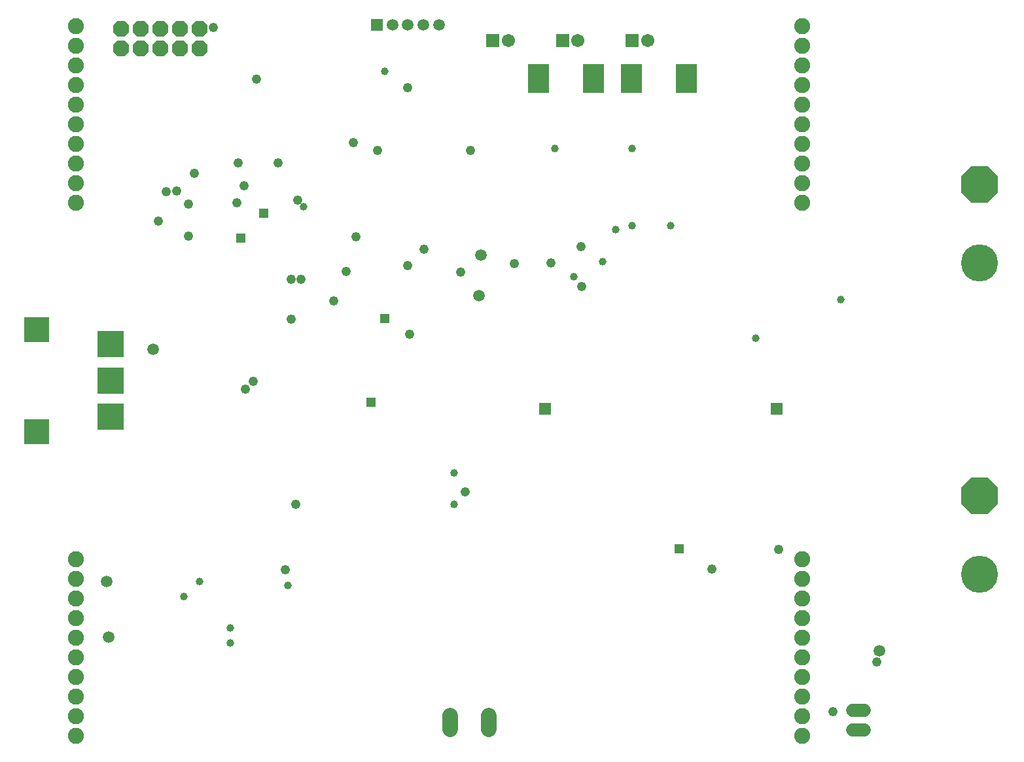
<source format=gbs>
G75*
G70*
%OFA0B0*%
%FSLAX24Y24*%
%IPPOS*%
%LPD*%
%AMOC8*
5,1,8,0,0,1.08239X$1,22.5*
%
%ADD10C,0.0820*%
%ADD11C,0.0785*%
%ADD12C,0.0680*%
%ADD13C,0.1890*%
%ADD14OC8,0.1890*%
%ADD15OC8,0.0820*%
%ADD16R,0.1380X0.1380*%
%ADD17R,0.1261X0.1261*%
%ADD18R,0.0595X0.0595*%
%ADD19C,0.0595*%
%ADD20R,0.1080X0.1480*%
%ADD21C,0.0674*%
%ADD22R,0.0674X0.0674*%
%ADD23R,0.0476X0.0476*%
%ADD24C,0.0397*%
%ADD25C,0.0480*%
%ADD26C,0.0476*%
D10*
X041983Y001755D03*
X041983Y002755D03*
X041983Y003755D03*
X041983Y004755D03*
X041983Y005755D03*
X041983Y006755D03*
X041983Y007755D03*
X041983Y008755D03*
X041983Y009755D03*
X041983Y010755D03*
X078991Y010755D03*
X078991Y009755D03*
X078991Y008755D03*
X078991Y007755D03*
X078991Y006755D03*
X078991Y005755D03*
X078991Y004755D03*
X078991Y003755D03*
X078991Y002755D03*
X078991Y001755D03*
X078991Y028920D03*
X078991Y029920D03*
X078991Y030920D03*
X078991Y031920D03*
X078991Y032920D03*
X078991Y033920D03*
X078991Y034920D03*
X078991Y035920D03*
X078991Y036920D03*
X078991Y037920D03*
X041983Y037920D03*
X041983Y036920D03*
X041983Y035920D03*
X041983Y034920D03*
X041983Y033920D03*
X041983Y032920D03*
X041983Y031920D03*
X041983Y030920D03*
X041983Y029920D03*
X041983Y028920D03*
D11*
X061077Y002788D02*
X061077Y002083D01*
X063046Y002083D02*
X063046Y002788D01*
D12*
X081569Y003050D02*
X082169Y003050D01*
X082169Y002050D02*
X081569Y002050D01*
D13*
X088046Y009991D03*
X088026Y025837D03*
D14*
X088026Y029837D03*
X088046Y013991D03*
D15*
X048314Y036786D03*
X047314Y036786D03*
X046314Y036786D03*
X045314Y036786D03*
X044314Y036786D03*
X044314Y037786D03*
X045314Y037786D03*
X046314Y037786D03*
X047314Y037786D03*
X048314Y037786D03*
D16*
X043755Y021715D03*
X043755Y019865D03*
X043755Y018015D03*
D17*
X040005Y017265D03*
X040005Y022465D03*
D18*
X065900Y018428D03*
X077711Y018428D03*
X057337Y037975D03*
D19*
X058125Y037975D03*
X058912Y037975D03*
X059699Y037975D03*
X060487Y037975D03*
X062633Y026263D03*
X062534Y024196D03*
X045920Y021440D03*
X043558Y009629D03*
X043656Y006774D03*
X082928Y006086D03*
D20*
X073085Y035263D03*
X070285Y035263D03*
X068361Y035263D03*
X065561Y035263D03*
D21*
X064030Y037188D03*
X067573Y037188D03*
X071117Y037188D03*
D22*
X070329Y037188D03*
X066786Y037188D03*
X063243Y037188D03*
D23*
X051570Y028389D03*
X050388Y027109D03*
X057731Y023015D03*
X057021Y018760D03*
X072731Y011302D03*
D24*
X061274Y013566D03*
X061274Y015141D03*
X052810Y009432D03*
X049857Y007267D03*
X049857Y006479D03*
X047495Y008841D03*
X048282Y009629D03*
X076629Y022030D03*
X080959Y023999D03*
X072298Y027739D03*
X070329Y027739D03*
X069503Y027542D03*
X068833Y025928D03*
X067377Y025141D03*
X053597Y028723D03*
X066392Y031676D03*
X070329Y031676D03*
X057731Y035613D03*
D25*
X058912Y034786D03*
X056117Y031991D03*
X057377Y031597D03*
X062101Y031597D03*
X053282Y029038D03*
X050566Y029786D03*
X050211Y028920D03*
X047731Y028841D03*
X047140Y029511D03*
X046589Y029471D03*
X048046Y030416D03*
X050251Y030967D03*
X052298Y030967D03*
X046196Y027975D03*
X047731Y027227D03*
X052967Y025023D03*
X053479Y025023D03*
X055762Y025416D03*
X058912Y025731D03*
X059739Y026558D03*
X061589Y025377D03*
X064345Y025810D03*
X066196Y025849D03*
X067731Y026676D03*
X067770Y024668D03*
X058991Y022227D03*
X055133Y023920D03*
X052967Y022975D03*
X051038Y019826D03*
X050644Y019432D03*
X053203Y013566D03*
X052652Y010219D03*
X074385Y010259D03*
X077810Y011243D03*
X082810Y005534D03*
X080566Y002975D03*
X056274Y027188D03*
X051196Y035219D03*
X048991Y037857D03*
D26*
X061834Y014197D03*
M02*

</source>
